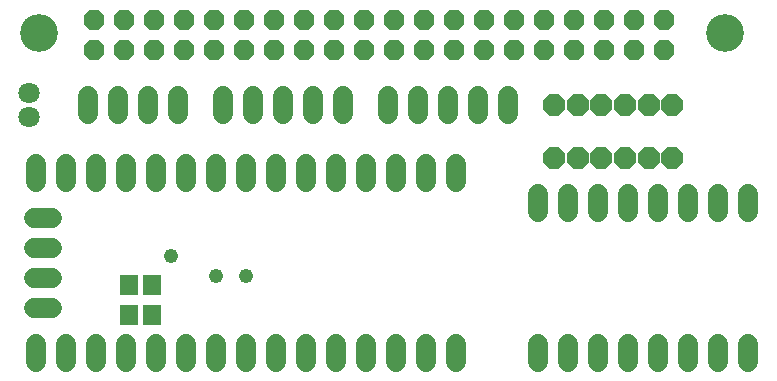
<source format=gts>
G75*
%MOIN*%
%OFA0B0*%
%FSLAX25Y25*%
%IPPOS*%
%LPD*%
%AMOC8*
5,1,8,0,0,1.08239X$1,22.5*
%
%ADD10C,0.12611*%
%ADD11C,0.06800*%
%ADD12OC8,0.06800*%
%ADD13OC8,0.07400*%
%ADD14C,0.07099*%
%ADD15R,0.05918X0.07099*%
%ADD16C,0.04800*%
D10*
X0032530Y0120693D03*
X0260876Y0120693D03*
D11*
X0031250Y0017000D02*
X0031250Y0011000D01*
X0041250Y0011000D02*
X0041250Y0017000D01*
X0051250Y0017000D02*
X0051250Y0011000D01*
X0061250Y0011000D02*
X0061250Y0017000D01*
X0071250Y0017000D02*
X0071250Y0011000D01*
X0081250Y0011000D02*
X0081250Y0017000D01*
X0091250Y0017000D02*
X0091250Y0011000D01*
X0101250Y0011000D02*
X0101250Y0017000D01*
X0111250Y0017000D02*
X0111250Y0011000D01*
X0121250Y0011000D02*
X0121250Y0017000D01*
X0131250Y0017000D02*
X0131250Y0011000D01*
X0141250Y0011000D02*
X0141250Y0017000D01*
X0151250Y0017000D02*
X0151250Y0011000D01*
X0161250Y0011000D02*
X0161250Y0017000D01*
X0171250Y0017000D02*
X0171250Y0011000D01*
X0198750Y0011000D02*
X0198750Y0017000D01*
X0208750Y0017000D02*
X0208750Y0011000D01*
X0218750Y0011000D02*
X0218750Y0017000D01*
X0228750Y0017000D02*
X0228750Y0011000D01*
X0238750Y0011000D02*
X0238750Y0017000D01*
X0248750Y0017000D02*
X0248750Y0011000D01*
X0258750Y0011000D02*
X0258750Y0017000D01*
X0268750Y0017000D02*
X0268750Y0011000D01*
X0268750Y0061000D02*
X0268750Y0067000D01*
X0258750Y0067000D02*
X0258750Y0061000D01*
X0248750Y0061000D02*
X0248750Y0067000D01*
X0238750Y0067000D02*
X0238750Y0061000D01*
X0228750Y0061000D02*
X0228750Y0067000D01*
X0218750Y0067000D02*
X0218750Y0061000D01*
X0208750Y0061000D02*
X0208750Y0067000D01*
X0198750Y0067000D02*
X0198750Y0061000D01*
X0171250Y0071000D02*
X0171250Y0077000D01*
X0161250Y0077000D02*
X0161250Y0071000D01*
X0151250Y0071000D02*
X0151250Y0077000D01*
X0141250Y0077000D02*
X0141250Y0071000D01*
X0131250Y0071000D02*
X0131250Y0077000D01*
X0121250Y0077000D02*
X0121250Y0071000D01*
X0111250Y0071000D02*
X0111250Y0077000D01*
X0101250Y0077000D02*
X0101250Y0071000D01*
X0091250Y0071000D02*
X0091250Y0077000D01*
X0081250Y0077000D02*
X0081250Y0071000D01*
X0071250Y0071000D02*
X0071250Y0077000D01*
X0061250Y0077000D02*
X0061250Y0071000D01*
X0051250Y0071000D02*
X0051250Y0077000D01*
X0041250Y0077000D02*
X0041250Y0071000D01*
X0031250Y0071000D02*
X0031250Y0077000D01*
X0048750Y0093500D02*
X0048750Y0099500D01*
X0058750Y0099500D02*
X0058750Y0093500D01*
X0068750Y0093500D02*
X0068750Y0099500D01*
X0078750Y0099500D02*
X0078750Y0093500D01*
X0093750Y0093500D02*
X0093750Y0099500D01*
X0103750Y0099500D02*
X0103750Y0093500D01*
X0113750Y0093500D02*
X0113750Y0099500D01*
X0123750Y0099500D02*
X0123750Y0093500D01*
X0133750Y0093500D02*
X0133750Y0099500D01*
X0148750Y0099500D02*
X0148750Y0093500D01*
X0158750Y0093500D02*
X0158750Y0099500D01*
X0168750Y0099500D02*
X0168750Y0093500D01*
X0178750Y0093500D02*
X0178750Y0099500D01*
X0188750Y0099500D02*
X0188750Y0093500D01*
X0036750Y0059000D02*
X0030750Y0059000D01*
X0030750Y0049000D02*
X0036750Y0049000D01*
X0036750Y0039000D02*
X0030750Y0039000D01*
X0030750Y0029000D02*
X0036750Y0029000D01*
D12*
X0050719Y0114906D03*
X0060719Y0114906D03*
X0070719Y0114906D03*
X0080719Y0114906D03*
X0090719Y0114906D03*
X0100719Y0114906D03*
X0110719Y0114906D03*
X0120719Y0114906D03*
X0130719Y0114906D03*
X0140719Y0114906D03*
X0150719Y0114906D03*
X0160719Y0114906D03*
X0170719Y0114906D03*
X0180719Y0114906D03*
X0190719Y0114906D03*
X0200719Y0114906D03*
X0210719Y0114906D03*
X0220719Y0114906D03*
X0230719Y0114906D03*
X0240719Y0114906D03*
X0240719Y0124906D03*
X0230719Y0124906D03*
X0220719Y0124906D03*
X0210719Y0124906D03*
X0200719Y0124906D03*
X0190719Y0124906D03*
X0180719Y0124906D03*
X0170719Y0124906D03*
X0160719Y0124906D03*
X0150719Y0124906D03*
X0140719Y0124906D03*
X0130719Y0124906D03*
X0120719Y0124906D03*
X0110719Y0124906D03*
X0100719Y0124906D03*
X0090719Y0124906D03*
X0080719Y0124906D03*
X0070719Y0124906D03*
X0060719Y0124906D03*
X0050719Y0124906D03*
D13*
X0204065Y0096500D03*
X0211939Y0096500D03*
X0219813Y0096500D03*
X0227687Y0096500D03*
X0235561Y0096500D03*
X0243435Y0096500D03*
X0243435Y0079000D03*
X0235561Y0079000D03*
X0227687Y0079000D03*
X0219813Y0079000D03*
X0211939Y0079000D03*
X0204065Y0079000D03*
D14*
X0029085Y0092563D03*
X0029085Y0100437D03*
D15*
X0062510Y0036500D03*
X0069990Y0036500D03*
X0069990Y0026500D03*
X0062510Y0026500D03*
D16*
X0091250Y0039625D03*
X0101250Y0039625D03*
X0076350Y0046300D03*
M02*

</source>
